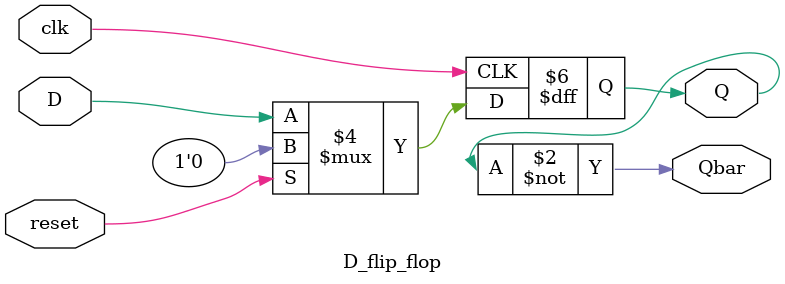
<source format=sv>
module D_flip_flop(input wire D,
                   input wire clk,
                   input wire reset,
                   output reg Q,
                   output wire Qbar
                   );
  always @ (posedge clk)
    begin
      if(reset)
        Q<=1'b0;
      else begin
        Q<=D;
      end    
    end
  assign Qbar = ~Q;
endmodule
</source>
